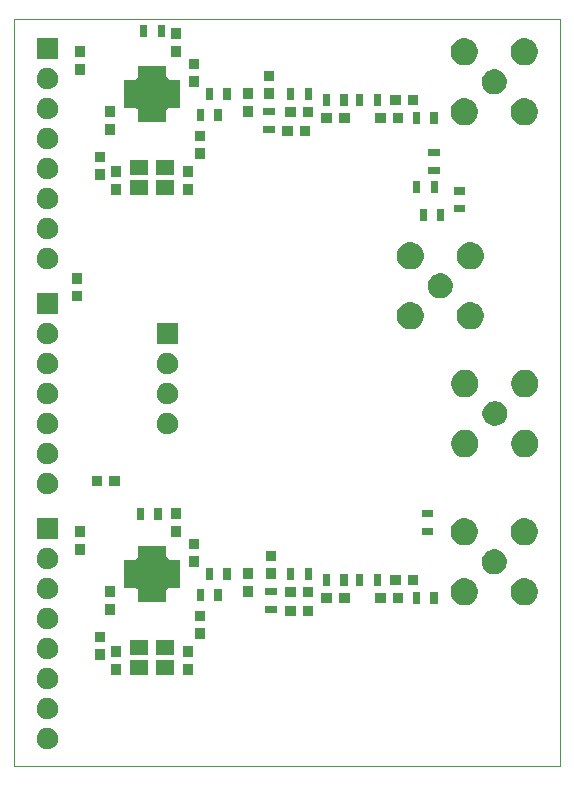
<source format=gbr>
%TF.GenerationSoftware,KiCad,Pcbnew,(5.1.5)-3*%
%TF.CreationDate,2020-04-11T16:30:29+01:00*%
%TF.ProjectId,EPCTest2,45504354-6573-4743-922e-6b696361645f,rev?*%
%TF.SameCoordinates,Original*%
%TF.FileFunction,Soldermask,Top*%
%TF.FilePolarity,Negative*%
%FSLAX46Y46*%
G04 Gerber Fmt 4.6, Leading zero omitted, Abs format (unit mm)*
G04 Created by KiCad (PCBNEW (5.1.5)-3) date 2020-04-11 16:30:29*
%MOMM*%
%LPD*%
G04 APERTURE LIST*
%TA.AperFunction,Profile*%
%ADD10C,0.100000*%
%TD*%
%ADD11C,0.150000*%
G04 APERTURE END LIST*
D10*
X92964000Y-64770000D02*
X92964000Y-128016000D01*
X46736000Y-64770000D02*
X92964000Y-64770000D01*
X46736000Y-128016000D02*
X46736000Y-64770000D01*
X92964000Y-128016000D02*
X46736000Y-128016000D01*
D11*
G36*
X49643512Y-124833927D02*
G01*
X49792812Y-124863624D01*
X49956784Y-124931544D01*
X50104354Y-125030147D01*
X50229853Y-125155646D01*
X50328456Y-125303216D01*
X50396376Y-125467188D01*
X50431000Y-125641259D01*
X50431000Y-125818741D01*
X50396376Y-125992812D01*
X50328456Y-126156784D01*
X50229853Y-126304354D01*
X50104354Y-126429853D01*
X49956784Y-126528456D01*
X49792812Y-126596376D01*
X49643512Y-126626073D01*
X49618742Y-126631000D01*
X49441258Y-126631000D01*
X49416488Y-126626073D01*
X49267188Y-126596376D01*
X49103216Y-126528456D01*
X48955646Y-126429853D01*
X48830147Y-126304354D01*
X48731544Y-126156784D01*
X48663624Y-125992812D01*
X48629000Y-125818741D01*
X48629000Y-125641259D01*
X48663624Y-125467188D01*
X48731544Y-125303216D01*
X48830147Y-125155646D01*
X48955646Y-125030147D01*
X49103216Y-124931544D01*
X49267188Y-124863624D01*
X49416488Y-124833927D01*
X49441258Y-124829000D01*
X49618742Y-124829000D01*
X49643512Y-124833927D01*
G37*
G36*
X49643512Y-122293927D02*
G01*
X49792812Y-122323624D01*
X49956784Y-122391544D01*
X50104354Y-122490147D01*
X50229853Y-122615646D01*
X50328456Y-122763216D01*
X50396376Y-122927188D01*
X50431000Y-123101259D01*
X50431000Y-123278741D01*
X50396376Y-123452812D01*
X50328456Y-123616784D01*
X50229853Y-123764354D01*
X50104354Y-123889853D01*
X49956784Y-123988456D01*
X49792812Y-124056376D01*
X49643512Y-124086073D01*
X49618742Y-124091000D01*
X49441258Y-124091000D01*
X49416488Y-124086073D01*
X49267188Y-124056376D01*
X49103216Y-123988456D01*
X48955646Y-123889853D01*
X48830147Y-123764354D01*
X48731544Y-123616784D01*
X48663624Y-123452812D01*
X48629000Y-123278741D01*
X48629000Y-123101259D01*
X48663624Y-122927188D01*
X48731544Y-122763216D01*
X48830147Y-122615646D01*
X48955646Y-122490147D01*
X49103216Y-122391544D01*
X49267188Y-122323624D01*
X49416488Y-122293927D01*
X49441258Y-122289000D01*
X49618742Y-122289000D01*
X49643512Y-122293927D01*
G37*
G36*
X49643512Y-119753927D02*
G01*
X49792812Y-119783624D01*
X49956784Y-119851544D01*
X50104354Y-119950147D01*
X50229853Y-120075646D01*
X50328456Y-120223216D01*
X50396376Y-120387188D01*
X50431000Y-120561259D01*
X50431000Y-120738741D01*
X50396376Y-120912812D01*
X50328456Y-121076784D01*
X50229853Y-121224354D01*
X50104354Y-121349853D01*
X49956784Y-121448456D01*
X49792812Y-121516376D01*
X49643512Y-121546073D01*
X49618742Y-121551000D01*
X49441258Y-121551000D01*
X49416488Y-121546073D01*
X49267188Y-121516376D01*
X49103216Y-121448456D01*
X48955646Y-121349853D01*
X48830147Y-121224354D01*
X48731544Y-121076784D01*
X48663624Y-120912812D01*
X48629000Y-120738741D01*
X48629000Y-120561259D01*
X48663624Y-120387188D01*
X48731544Y-120223216D01*
X48830147Y-120075646D01*
X48955646Y-119950147D01*
X49103216Y-119851544D01*
X49267188Y-119783624D01*
X49416488Y-119753927D01*
X49441258Y-119749000D01*
X49618742Y-119749000D01*
X49643512Y-119753927D01*
G37*
G36*
X58071000Y-120373000D02*
G01*
X56569000Y-120373000D01*
X56569000Y-119071000D01*
X58071000Y-119071000D01*
X58071000Y-120373000D01*
G37*
G36*
X60271000Y-120373000D02*
G01*
X58769000Y-120373000D01*
X58769000Y-119071000D01*
X60271000Y-119071000D01*
X60271000Y-120373000D01*
G37*
G36*
X61894000Y-120315000D02*
G01*
X61042000Y-120315000D01*
X61042000Y-119413000D01*
X61894000Y-119413000D01*
X61894000Y-120315000D01*
G37*
G36*
X55798000Y-120315000D02*
G01*
X54946000Y-120315000D01*
X54946000Y-119413000D01*
X55798000Y-119413000D01*
X55798000Y-120315000D01*
G37*
G36*
X54401000Y-119057000D02*
G01*
X53549000Y-119057000D01*
X53549000Y-118155000D01*
X54401000Y-118155000D01*
X54401000Y-119057000D01*
G37*
G36*
X49643512Y-117213927D02*
G01*
X49792812Y-117243624D01*
X49956784Y-117311544D01*
X50104354Y-117410147D01*
X50229853Y-117535646D01*
X50328456Y-117683216D01*
X50396376Y-117847188D01*
X50431000Y-118021259D01*
X50431000Y-118198741D01*
X50396376Y-118372812D01*
X50328456Y-118536784D01*
X50229853Y-118684354D01*
X50104354Y-118809853D01*
X49956784Y-118908456D01*
X49792812Y-118976376D01*
X49643512Y-119006073D01*
X49618742Y-119011000D01*
X49441258Y-119011000D01*
X49416488Y-119006073D01*
X49267188Y-118976376D01*
X49103216Y-118908456D01*
X48955646Y-118809853D01*
X48830147Y-118684354D01*
X48731544Y-118536784D01*
X48663624Y-118372812D01*
X48629000Y-118198741D01*
X48629000Y-118021259D01*
X48663624Y-117847188D01*
X48731544Y-117683216D01*
X48830147Y-117535646D01*
X48955646Y-117410147D01*
X49103216Y-117311544D01*
X49267188Y-117243624D01*
X49416488Y-117213927D01*
X49441258Y-117209000D01*
X49618742Y-117209000D01*
X49643512Y-117213927D01*
G37*
G36*
X61894000Y-118815000D02*
G01*
X61042000Y-118815000D01*
X61042000Y-117913000D01*
X61894000Y-117913000D01*
X61894000Y-118815000D01*
G37*
G36*
X55798000Y-118815000D02*
G01*
X54946000Y-118815000D01*
X54946000Y-117913000D01*
X55798000Y-117913000D01*
X55798000Y-118815000D01*
G37*
G36*
X60271000Y-118673000D02*
G01*
X58769000Y-118673000D01*
X58769000Y-117371000D01*
X60271000Y-117371000D01*
X60271000Y-118673000D01*
G37*
G36*
X58071000Y-118673000D02*
G01*
X56569000Y-118673000D01*
X56569000Y-117371000D01*
X58071000Y-117371000D01*
X58071000Y-118673000D01*
G37*
G36*
X54401000Y-117557000D02*
G01*
X53549000Y-117557000D01*
X53549000Y-116655000D01*
X54401000Y-116655000D01*
X54401000Y-117557000D01*
G37*
G36*
X62910000Y-117291000D02*
G01*
X62058000Y-117291000D01*
X62058000Y-116389000D01*
X62910000Y-116389000D01*
X62910000Y-117291000D01*
G37*
G36*
X49643512Y-114673927D02*
G01*
X49792812Y-114703624D01*
X49956784Y-114771544D01*
X50104354Y-114870147D01*
X50229853Y-114995646D01*
X50328456Y-115143216D01*
X50396376Y-115307188D01*
X50431000Y-115481259D01*
X50431000Y-115658741D01*
X50396376Y-115832812D01*
X50328456Y-115996784D01*
X50229853Y-116144354D01*
X50104354Y-116269853D01*
X49956784Y-116368456D01*
X49792812Y-116436376D01*
X49643512Y-116466073D01*
X49618742Y-116471000D01*
X49441258Y-116471000D01*
X49416488Y-116466073D01*
X49267188Y-116436376D01*
X49103216Y-116368456D01*
X48955646Y-116269853D01*
X48830147Y-116144354D01*
X48731544Y-115996784D01*
X48663624Y-115832812D01*
X48629000Y-115658741D01*
X48629000Y-115481259D01*
X48663624Y-115307188D01*
X48731544Y-115143216D01*
X48830147Y-114995646D01*
X48955646Y-114870147D01*
X49103216Y-114771544D01*
X49267188Y-114703624D01*
X49416488Y-114673927D01*
X49441258Y-114669000D01*
X49618742Y-114669000D01*
X49643512Y-114673927D01*
G37*
G36*
X62910000Y-115791000D02*
G01*
X62058000Y-115791000D01*
X62058000Y-114889000D01*
X62910000Y-114889000D01*
X62910000Y-115791000D01*
G37*
G36*
X70555000Y-115361000D02*
G01*
X69653000Y-115361000D01*
X69653000Y-114509000D01*
X70555000Y-114509000D01*
X70555000Y-115361000D01*
G37*
G36*
X72055000Y-115361000D02*
G01*
X71153000Y-115361000D01*
X71153000Y-114509000D01*
X72055000Y-114509000D01*
X72055000Y-115361000D01*
G37*
G36*
X55290000Y-115235000D02*
G01*
X54438000Y-115235000D01*
X54438000Y-114333000D01*
X55290000Y-114333000D01*
X55290000Y-115235000D01*
G37*
G36*
X68954000Y-115085000D02*
G01*
X67952000Y-115085000D01*
X67952000Y-114483000D01*
X68954000Y-114483000D01*
X68954000Y-115085000D01*
G37*
G36*
X85060549Y-112155116D02*
G01*
X85171734Y-112177232D01*
X85381203Y-112263997D01*
X85569720Y-112389960D01*
X85730040Y-112550280D01*
X85856003Y-112738797D01*
X85942768Y-112948266D01*
X85949491Y-112982066D01*
X85976678Y-113118741D01*
X85987000Y-113170636D01*
X85987000Y-113397364D01*
X85942768Y-113619734D01*
X85897155Y-113729853D01*
X85856313Y-113828456D01*
X85856003Y-113829203D01*
X85730040Y-114017720D01*
X85569720Y-114178040D01*
X85381203Y-114304003D01*
X85171734Y-114390768D01*
X85060549Y-114412884D01*
X84949365Y-114435000D01*
X84722635Y-114435000D01*
X84611451Y-114412884D01*
X84500266Y-114390768D01*
X84290797Y-114304003D01*
X84102280Y-114178040D01*
X83941960Y-114017720D01*
X83815997Y-113829203D01*
X83815688Y-113828456D01*
X83774845Y-113729853D01*
X83729232Y-113619734D01*
X83685000Y-113397364D01*
X83685000Y-113170636D01*
X83695323Y-113118741D01*
X83722509Y-112982066D01*
X83729232Y-112948266D01*
X83815997Y-112738797D01*
X83941960Y-112550280D01*
X84102280Y-112389960D01*
X84290797Y-112263997D01*
X84500266Y-112177232D01*
X84611451Y-112155116D01*
X84722635Y-112133000D01*
X84949365Y-112133000D01*
X85060549Y-112155116D01*
G37*
G36*
X90140549Y-112155116D02*
G01*
X90251734Y-112177232D01*
X90461203Y-112263997D01*
X90649720Y-112389960D01*
X90810040Y-112550280D01*
X90936003Y-112738797D01*
X91022768Y-112948266D01*
X91029491Y-112982066D01*
X91056678Y-113118741D01*
X91067000Y-113170636D01*
X91067000Y-113397364D01*
X91022768Y-113619734D01*
X90977155Y-113729853D01*
X90936313Y-113828456D01*
X90936003Y-113829203D01*
X90810040Y-114017720D01*
X90649720Y-114178040D01*
X90461203Y-114304003D01*
X90251734Y-114390768D01*
X90140549Y-114412884D01*
X90029365Y-114435000D01*
X89802635Y-114435000D01*
X89691451Y-114412884D01*
X89580266Y-114390768D01*
X89370797Y-114304003D01*
X89182280Y-114178040D01*
X89021960Y-114017720D01*
X88895997Y-113829203D01*
X88895688Y-113828456D01*
X88854845Y-113729853D01*
X88809232Y-113619734D01*
X88765000Y-113397364D01*
X88765000Y-113170636D01*
X88775323Y-113118741D01*
X88802509Y-112982066D01*
X88809232Y-112948266D01*
X88895997Y-112738797D01*
X89021960Y-112550280D01*
X89182280Y-112389960D01*
X89370797Y-112263997D01*
X89580266Y-112177232D01*
X89691451Y-112155116D01*
X89802635Y-112133000D01*
X90029365Y-112133000D01*
X90140549Y-112155116D01*
G37*
G36*
X82573000Y-114293000D02*
G01*
X81971000Y-114293000D01*
X81971000Y-113291000D01*
X82573000Y-113291000D01*
X82573000Y-114293000D01*
G37*
G36*
X81073000Y-114293000D02*
G01*
X80471000Y-114293000D01*
X80471000Y-113291000D01*
X81073000Y-113291000D01*
X81073000Y-114293000D01*
G37*
G36*
X79675000Y-114218000D02*
G01*
X78773000Y-114218000D01*
X78773000Y-113366000D01*
X79675000Y-113366000D01*
X79675000Y-114218000D01*
G37*
G36*
X73627000Y-114218000D02*
G01*
X72725000Y-114218000D01*
X72725000Y-113366000D01*
X73627000Y-113366000D01*
X73627000Y-114218000D01*
G37*
G36*
X78175000Y-114218000D02*
G01*
X77273000Y-114218000D01*
X77273000Y-113366000D01*
X78175000Y-113366000D01*
X78175000Y-114218000D01*
G37*
G36*
X75127000Y-114218000D02*
G01*
X74225000Y-114218000D01*
X74225000Y-113366000D01*
X75127000Y-113366000D01*
X75127000Y-114218000D01*
G37*
G36*
X59621000Y-110334001D02*
G01*
X59623402Y-110358387D01*
X59630515Y-110381836D01*
X59642066Y-110403447D01*
X59657611Y-110422389D01*
X59676553Y-110437934D01*
X59698164Y-110449485D01*
X59721613Y-110456598D01*
X59723242Y-110456758D01*
X59723402Y-110458387D01*
X59730515Y-110481836D01*
X59742066Y-110503447D01*
X59757611Y-110522389D01*
X59776553Y-110537934D01*
X59798164Y-110549485D01*
X59821613Y-110556598D01*
X59845999Y-110559000D01*
X60801000Y-110559000D01*
X60801000Y-112961000D01*
X59845999Y-112961000D01*
X59821613Y-112963402D01*
X59798164Y-112970515D01*
X59776553Y-112982066D01*
X59757611Y-112997611D01*
X59742066Y-113016553D01*
X59730515Y-113038164D01*
X59723402Y-113061613D01*
X59723242Y-113063242D01*
X59721613Y-113063402D01*
X59698164Y-113070515D01*
X59676553Y-113082066D01*
X59657611Y-113097611D01*
X59642066Y-113116553D01*
X59630515Y-113138164D01*
X59623402Y-113161613D01*
X59621000Y-113185999D01*
X59621000Y-114141000D01*
X57219000Y-114141000D01*
X57219000Y-113185999D01*
X57216598Y-113161613D01*
X57209485Y-113138164D01*
X57197934Y-113116553D01*
X57182389Y-113097611D01*
X57163447Y-113082066D01*
X57141836Y-113070515D01*
X57118387Y-113063402D01*
X57116758Y-113063242D01*
X57116598Y-113061613D01*
X57109485Y-113038164D01*
X57097934Y-113016553D01*
X57082389Y-112997611D01*
X57063447Y-112982066D01*
X57041836Y-112970515D01*
X57018387Y-112963402D01*
X56994001Y-112961000D01*
X56039000Y-112961000D01*
X56039000Y-110559000D01*
X56994001Y-110559000D01*
X57018387Y-110556598D01*
X57041836Y-110549485D01*
X57063447Y-110537934D01*
X57082389Y-110522389D01*
X57097934Y-110503447D01*
X57109485Y-110481836D01*
X57116598Y-110458387D01*
X57116758Y-110456758D01*
X57118387Y-110456598D01*
X57141836Y-110449485D01*
X57163447Y-110437934D01*
X57182389Y-110422389D01*
X57197934Y-110403447D01*
X57209485Y-110381836D01*
X57216598Y-110358387D01*
X57219000Y-110334001D01*
X57219000Y-109379000D01*
X59621000Y-109379000D01*
X59621000Y-110334001D01*
G37*
G36*
X64285000Y-114039000D02*
G01*
X63683000Y-114039000D01*
X63683000Y-113037000D01*
X64285000Y-113037000D01*
X64285000Y-114039000D01*
G37*
G36*
X62785000Y-114039000D02*
G01*
X62183000Y-114039000D01*
X62183000Y-113037000D01*
X62785000Y-113037000D01*
X62785000Y-114039000D01*
G37*
G36*
X49638851Y-112133000D02*
G01*
X49792812Y-112163624D01*
X49956784Y-112231544D01*
X50104354Y-112330147D01*
X50229853Y-112455646D01*
X50328456Y-112603216D01*
X50396376Y-112767188D01*
X50431000Y-112941259D01*
X50431000Y-113118741D01*
X50396376Y-113292812D01*
X50328456Y-113456784D01*
X50229853Y-113604354D01*
X50104354Y-113729853D01*
X49956784Y-113828456D01*
X49792812Y-113896376D01*
X49643512Y-113926073D01*
X49618742Y-113931000D01*
X49441258Y-113931000D01*
X49416488Y-113926073D01*
X49267188Y-113896376D01*
X49103216Y-113828456D01*
X48955646Y-113729853D01*
X48830147Y-113604354D01*
X48731544Y-113456784D01*
X48663624Y-113292812D01*
X48629000Y-113118741D01*
X48629000Y-112941259D01*
X48663624Y-112767188D01*
X48731544Y-112603216D01*
X48830147Y-112455646D01*
X48955646Y-112330147D01*
X49103216Y-112231544D01*
X49267188Y-112163624D01*
X49421149Y-112133000D01*
X49441258Y-112129000D01*
X49618742Y-112129000D01*
X49638851Y-112133000D01*
G37*
G36*
X55290000Y-113735000D02*
G01*
X54438000Y-113735000D01*
X54438000Y-112833000D01*
X55290000Y-112833000D01*
X55290000Y-113735000D01*
G37*
G36*
X66974000Y-113711000D02*
G01*
X66122000Y-113711000D01*
X66122000Y-112809000D01*
X66974000Y-112809000D01*
X66974000Y-113711000D01*
G37*
G36*
X72067000Y-113710000D02*
G01*
X71165000Y-113710000D01*
X71165000Y-112858000D01*
X72067000Y-112858000D01*
X72067000Y-113710000D01*
G37*
G36*
X70567000Y-113710000D02*
G01*
X69665000Y-113710000D01*
X69665000Y-112858000D01*
X70567000Y-112858000D01*
X70567000Y-113710000D01*
G37*
G36*
X68954000Y-113585000D02*
G01*
X67952000Y-113585000D01*
X67952000Y-112983000D01*
X68954000Y-112983000D01*
X68954000Y-113585000D01*
G37*
G36*
X73453000Y-112769000D02*
G01*
X72851000Y-112769000D01*
X72851000Y-111767000D01*
X73453000Y-111767000D01*
X73453000Y-112769000D01*
G37*
G36*
X74953000Y-112769000D02*
G01*
X74351000Y-112769000D01*
X74351000Y-111767000D01*
X74953000Y-111767000D01*
X74953000Y-112769000D01*
G37*
G36*
X76259000Y-112769000D02*
G01*
X75657000Y-112769000D01*
X75657000Y-111767000D01*
X76259000Y-111767000D01*
X76259000Y-112769000D01*
G37*
G36*
X77759000Y-112769000D02*
G01*
X77157000Y-112769000D01*
X77157000Y-111767000D01*
X77759000Y-111767000D01*
X77759000Y-112769000D01*
G37*
G36*
X79457000Y-112694000D02*
G01*
X78555000Y-112694000D01*
X78555000Y-111842000D01*
X79457000Y-111842000D01*
X79457000Y-112694000D01*
G37*
G36*
X80957000Y-112694000D02*
G01*
X80055000Y-112694000D01*
X80055000Y-111842000D01*
X80957000Y-111842000D01*
X80957000Y-112694000D01*
G37*
G36*
X70429000Y-112261000D02*
G01*
X69827000Y-112261000D01*
X69827000Y-111259000D01*
X70429000Y-111259000D01*
X70429000Y-112261000D01*
G37*
G36*
X65047000Y-112261000D02*
G01*
X64445000Y-112261000D01*
X64445000Y-111259000D01*
X65047000Y-111259000D01*
X65047000Y-112261000D01*
G37*
G36*
X71929000Y-112261000D02*
G01*
X71327000Y-112261000D01*
X71327000Y-111259000D01*
X71929000Y-111259000D01*
X71929000Y-112261000D01*
G37*
G36*
X63547000Y-112261000D02*
G01*
X62945000Y-112261000D01*
X62945000Y-111259000D01*
X63547000Y-111259000D01*
X63547000Y-112261000D01*
G37*
G36*
X66974000Y-112211000D02*
G01*
X66122000Y-112211000D01*
X66122000Y-111309000D01*
X66974000Y-111309000D01*
X66974000Y-112211000D01*
G37*
G36*
X68879000Y-112211000D02*
G01*
X68027000Y-112211000D01*
X68027000Y-111309000D01*
X68879000Y-111309000D01*
X68879000Y-112211000D01*
G37*
G36*
X87682564Y-109733389D02*
G01*
X87873833Y-109812615D01*
X87873835Y-109812616D01*
X88045973Y-109927635D01*
X88192365Y-110074027D01*
X88294705Y-110227189D01*
X88307385Y-110246167D01*
X88386611Y-110437436D01*
X88427000Y-110640484D01*
X88427000Y-110847516D01*
X88386611Y-111050564D01*
X88326784Y-111195000D01*
X88307384Y-111241835D01*
X88192365Y-111413973D01*
X88045973Y-111560365D01*
X87873835Y-111675384D01*
X87873834Y-111675385D01*
X87873833Y-111675385D01*
X87682564Y-111754611D01*
X87479516Y-111795000D01*
X87272484Y-111795000D01*
X87069436Y-111754611D01*
X86878167Y-111675385D01*
X86878166Y-111675385D01*
X86878165Y-111675384D01*
X86706027Y-111560365D01*
X86559635Y-111413973D01*
X86444616Y-111241835D01*
X86425216Y-111195000D01*
X86365389Y-111050564D01*
X86325000Y-110847516D01*
X86325000Y-110640484D01*
X86365389Y-110437436D01*
X86444615Y-110246167D01*
X86457296Y-110227189D01*
X86559635Y-110074027D01*
X86706027Y-109927635D01*
X86878165Y-109812616D01*
X86878167Y-109812615D01*
X87069436Y-109733389D01*
X87272484Y-109693000D01*
X87479516Y-109693000D01*
X87682564Y-109733389D01*
G37*
G36*
X49643512Y-109593927D02*
G01*
X49792812Y-109623624D01*
X49956784Y-109691544D01*
X50104354Y-109790147D01*
X50229853Y-109915646D01*
X50328456Y-110063216D01*
X50396376Y-110227188D01*
X50431000Y-110401259D01*
X50431000Y-110578741D01*
X50396376Y-110752812D01*
X50328456Y-110916784D01*
X50229853Y-111064354D01*
X50104354Y-111189853D01*
X49956784Y-111288456D01*
X49792812Y-111356376D01*
X49643512Y-111386073D01*
X49618742Y-111391000D01*
X49441258Y-111391000D01*
X49416488Y-111386073D01*
X49267188Y-111356376D01*
X49103216Y-111288456D01*
X48955646Y-111189853D01*
X48830147Y-111064354D01*
X48731544Y-110916784D01*
X48663624Y-110752812D01*
X48629000Y-110578741D01*
X48629000Y-110401259D01*
X48663624Y-110227188D01*
X48731544Y-110063216D01*
X48830147Y-109915646D01*
X48955646Y-109790147D01*
X49103216Y-109691544D01*
X49267188Y-109623624D01*
X49416488Y-109593927D01*
X49441258Y-109589000D01*
X49618742Y-109589000D01*
X49643512Y-109593927D01*
G37*
G36*
X62402000Y-111195000D02*
G01*
X61550000Y-111195000D01*
X61550000Y-110293000D01*
X62402000Y-110293000D01*
X62402000Y-111195000D01*
G37*
G36*
X68879000Y-110711000D02*
G01*
X68027000Y-110711000D01*
X68027000Y-109809000D01*
X68879000Y-109809000D01*
X68879000Y-110711000D01*
G37*
G36*
X52750000Y-110155000D02*
G01*
X51898000Y-110155000D01*
X51898000Y-109253000D01*
X52750000Y-109253000D01*
X52750000Y-110155000D01*
G37*
G36*
X62402000Y-109695000D02*
G01*
X61550000Y-109695000D01*
X61550000Y-108793000D01*
X62402000Y-108793000D01*
X62402000Y-109695000D01*
G37*
G36*
X85060549Y-107075116D02*
G01*
X85171734Y-107097232D01*
X85381203Y-107183997D01*
X85569720Y-107309960D01*
X85730040Y-107470280D01*
X85856003Y-107658797D01*
X85942768Y-107868266D01*
X85987000Y-108090636D01*
X85987000Y-108317364D01*
X85942768Y-108539734D01*
X85856003Y-108749203D01*
X85730040Y-108937720D01*
X85569720Y-109098040D01*
X85381203Y-109224003D01*
X85171734Y-109310768D01*
X85060549Y-109332884D01*
X84949365Y-109355000D01*
X84722635Y-109355000D01*
X84611451Y-109332884D01*
X84500266Y-109310768D01*
X84290797Y-109224003D01*
X84102280Y-109098040D01*
X83941960Y-108937720D01*
X83815997Y-108749203D01*
X83729232Y-108539734D01*
X83685000Y-108317364D01*
X83685000Y-108090636D01*
X83729232Y-107868266D01*
X83815997Y-107658797D01*
X83941960Y-107470280D01*
X84102280Y-107309960D01*
X84290797Y-107183997D01*
X84500266Y-107097232D01*
X84611451Y-107075116D01*
X84722635Y-107053000D01*
X84949365Y-107053000D01*
X85060549Y-107075116D01*
G37*
G36*
X90140549Y-107075116D02*
G01*
X90251734Y-107097232D01*
X90461203Y-107183997D01*
X90649720Y-107309960D01*
X90810040Y-107470280D01*
X90936003Y-107658797D01*
X91022768Y-107868266D01*
X91067000Y-108090636D01*
X91067000Y-108317364D01*
X91022768Y-108539734D01*
X90936003Y-108749203D01*
X90810040Y-108937720D01*
X90649720Y-109098040D01*
X90461203Y-109224003D01*
X90251734Y-109310768D01*
X90140549Y-109332884D01*
X90029365Y-109355000D01*
X89802635Y-109355000D01*
X89691451Y-109332884D01*
X89580266Y-109310768D01*
X89370797Y-109224003D01*
X89182280Y-109098040D01*
X89021960Y-108937720D01*
X88895997Y-108749203D01*
X88809232Y-108539734D01*
X88765000Y-108317364D01*
X88765000Y-108090636D01*
X88809232Y-107868266D01*
X88895997Y-107658797D01*
X89021960Y-107470280D01*
X89182280Y-107309960D01*
X89370797Y-107183997D01*
X89580266Y-107097232D01*
X89691451Y-107075116D01*
X89802635Y-107053000D01*
X90029365Y-107053000D01*
X90140549Y-107075116D01*
G37*
G36*
X50431000Y-108851000D02*
G01*
X48629000Y-108851000D01*
X48629000Y-107049000D01*
X50431000Y-107049000D01*
X50431000Y-108851000D01*
G37*
G36*
X52750000Y-108655000D02*
G01*
X51898000Y-108655000D01*
X51898000Y-107753000D01*
X52750000Y-107753000D01*
X52750000Y-108655000D01*
G37*
G36*
X60878000Y-108631000D02*
G01*
X60026000Y-108631000D01*
X60026000Y-107729000D01*
X60878000Y-107729000D01*
X60878000Y-108631000D01*
G37*
G36*
X82225500Y-108493000D02*
G01*
X81223500Y-108493000D01*
X81223500Y-107891000D01*
X82225500Y-107891000D01*
X82225500Y-108493000D01*
G37*
G36*
X59205000Y-107181000D02*
G01*
X58603000Y-107181000D01*
X58603000Y-106179000D01*
X59205000Y-106179000D01*
X59205000Y-107181000D01*
G37*
G36*
X57705000Y-107181000D02*
G01*
X57103000Y-107181000D01*
X57103000Y-106179000D01*
X57705000Y-106179000D01*
X57705000Y-107181000D01*
G37*
G36*
X60878000Y-107131000D02*
G01*
X60026000Y-107131000D01*
X60026000Y-106229000D01*
X60878000Y-106229000D01*
X60878000Y-107131000D01*
G37*
G36*
X82225500Y-106993000D02*
G01*
X81223500Y-106993000D01*
X81223500Y-106391000D01*
X82225500Y-106391000D01*
X82225500Y-106993000D01*
G37*
G36*
X49643512Y-103243927D02*
G01*
X49792812Y-103273624D01*
X49956784Y-103341544D01*
X50104354Y-103440147D01*
X50229853Y-103565646D01*
X50328456Y-103713216D01*
X50396376Y-103877188D01*
X50431000Y-104051259D01*
X50431000Y-104228741D01*
X50396376Y-104402812D01*
X50328456Y-104566784D01*
X50229853Y-104714354D01*
X50104354Y-104839853D01*
X49956784Y-104938456D01*
X49792812Y-105006376D01*
X49643512Y-105036073D01*
X49618742Y-105041000D01*
X49441258Y-105041000D01*
X49416488Y-105036073D01*
X49267188Y-105006376D01*
X49103216Y-104938456D01*
X48955646Y-104839853D01*
X48830147Y-104714354D01*
X48731544Y-104566784D01*
X48663624Y-104402812D01*
X48629000Y-104228741D01*
X48629000Y-104051259D01*
X48663624Y-103877188D01*
X48731544Y-103713216D01*
X48830147Y-103565646D01*
X48955646Y-103440147D01*
X49103216Y-103341544D01*
X49267188Y-103273624D01*
X49416488Y-103243927D01*
X49441258Y-103239000D01*
X49618742Y-103239000D01*
X49643512Y-103243927D01*
G37*
G36*
X54184000Y-104312000D02*
G01*
X53282000Y-104312000D01*
X53282000Y-103460000D01*
X54184000Y-103460000D01*
X54184000Y-104312000D01*
G37*
G36*
X55684000Y-104312000D02*
G01*
X54782000Y-104312000D01*
X54782000Y-103460000D01*
X55684000Y-103460000D01*
X55684000Y-104312000D01*
G37*
G36*
X49643512Y-100703927D02*
G01*
X49792812Y-100733624D01*
X49956784Y-100801544D01*
X50104354Y-100900147D01*
X50229853Y-101025646D01*
X50328456Y-101173216D01*
X50396376Y-101337188D01*
X50431000Y-101511259D01*
X50431000Y-101688741D01*
X50396376Y-101862812D01*
X50328456Y-102026784D01*
X50229853Y-102174354D01*
X50104354Y-102299853D01*
X49956784Y-102398456D01*
X49792812Y-102466376D01*
X49643512Y-102496073D01*
X49618742Y-102501000D01*
X49441258Y-102501000D01*
X49416488Y-102496073D01*
X49267188Y-102466376D01*
X49103216Y-102398456D01*
X48955646Y-102299853D01*
X48830147Y-102174354D01*
X48731544Y-102026784D01*
X48663624Y-101862812D01*
X48629000Y-101688741D01*
X48629000Y-101511259D01*
X48663624Y-101337188D01*
X48731544Y-101173216D01*
X48830147Y-101025646D01*
X48955646Y-100900147D01*
X49103216Y-100801544D01*
X49267188Y-100733624D01*
X49416488Y-100703927D01*
X49441258Y-100699000D01*
X49618742Y-100699000D01*
X49643512Y-100703927D01*
G37*
G36*
X85111349Y-99607516D02*
G01*
X85222534Y-99629632D01*
X85432003Y-99716397D01*
X85620520Y-99842360D01*
X85780840Y-100002680D01*
X85906803Y-100191197D01*
X85993568Y-100400666D01*
X86037800Y-100623036D01*
X86037800Y-100849764D01*
X85993568Y-101072134D01*
X85906803Y-101281603D01*
X85780840Y-101470120D01*
X85620520Y-101630440D01*
X85432003Y-101756403D01*
X85222534Y-101843168D01*
X85123782Y-101862811D01*
X85000165Y-101887400D01*
X84773435Y-101887400D01*
X84649818Y-101862811D01*
X84551066Y-101843168D01*
X84341597Y-101756403D01*
X84153080Y-101630440D01*
X83992760Y-101470120D01*
X83866797Y-101281603D01*
X83780032Y-101072134D01*
X83735800Y-100849764D01*
X83735800Y-100623036D01*
X83780032Y-100400666D01*
X83866797Y-100191197D01*
X83992760Y-100002680D01*
X84153080Y-99842360D01*
X84341597Y-99716397D01*
X84551066Y-99629632D01*
X84662251Y-99607516D01*
X84773435Y-99585400D01*
X85000165Y-99585400D01*
X85111349Y-99607516D01*
G37*
G36*
X90191349Y-99607516D02*
G01*
X90302534Y-99629632D01*
X90512003Y-99716397D01*
X90700520Y-99842360D01*
X90860840Y-100002680D01*
X90986803Y-100191197D01*
X91073568Y-100400666D01*
X91117800Y-100623036D01*
X91117800Y-100849764D01*
X91073568Y-101072134D01*
X90986803Y-101281603D01*
X90860840Y-101470120D01*
X90700520Y-101630440D01*
X90512003Y-101756403D01*
X90302534Y-101843168D01*
X90203782Y-101862811D01*
X90080165Y-101887400D01*
X89853435Y-101887400D01*
X89729818Y-101862811D01*
X89631066Y-101843168D01*
X89421597Y-101756403D01*
X89233080Y-101630440D01*
X89072760Y-101470120D01*
X88946797Y-101281603D01*
X88860032Y-101072134D01*
X88815800Y-100849764D01*
X88815800Y-100623036D01*
X88860032Y-100400666D01*
X88946797Y-100191197D01*
X89072760Y-100002680D01*
X89233080Y-99842360D01*
X89421597Y-99716397D01*
X89631066Y-99629632D01*
X89742251Y-99607516D01*
X89853435Y-99585400D01*
X90080165Y-99585400D01*
X90191349Y-99607516D01*
G37*
G36*
X49643512Y-98163927D02*
G01*
X49792812Y-98193624D01*
X49956784Y-98261544D01*
X50104354Y-98360147D01*
X50229853Y-98485646D01*
X50328456Y-98633216D01*
X50396376Y-98797188D01*
X50431000Y-98971259D01*
X50431000Y-99148741D01*
X50396376Y-99322812D01*
X50328456Y-99486784D01*
X50229853Y-99634354D01*
X50104354Y-99759853D01*
X49956784Y-99858456D01*
X49792812Y-99926376D01*
X49643512Y-99956073D01*
X49618742Y-99961000D01*
X49441258Y-99961000D01*
X49416488Y-99956073D01*
X49267188Y-99926376D01*
X49103216Y-99858456D01*
X48955646Y-99759853D01*
X48830147Y-99634354D01*
X48731544Y-99486784D01*
X48663624Y-99322812D01*
X48629000Y-99148741D01*
X48629000Y-98971259D01*
X48663624Y-98797188D01*
X48731544Y-98633216D01*
X48830147Y-98485646D01*
X48955646Y-98360147D01*
X49103216Y-98261544D01*
X49267188Y-98193624D01*
X49416488Y-98163927D01*
X49441258Y-98159000D01*
X49618742Y-98159000D01*
X49643512Y-98163927D01*
G37*
G36*
X59803512Y-98163927D02*
G01*
X59952812Y-98193624D01*
X60116784Y-98261544D01*
X60264354Y-98360147D01*
X60389853Y-98485646D01*
X60488456Y-98633216D01*
X60556376Y-98797188D01*
X60591000Y-98971259D01*
X60591000Y-99148741D01*
X60556376Y-99322812D01*
X60488456Y-99486784D01*
X60389853Y-99634354D01*
X60264354Y-99759853D01*
X60116784Y-99858456D01*
X59952812Y-99926376D01*
X59803512Y-99956073D01*
X59778742Y-99961000D01*
X59601258Y-99961000D01*
X59576488Y-99956073D01*
X59427188Y-99926376D01*
X59263216Y-99858456D01*
X59115646Y-99759853D01*
X58990147Y-99634354D01*
X58891544Y-99486784D01*
X58823624Y-99322812D01*
X58789000Y-99148741D01*
X58789000Y-98971259D01*
X58823624Y-98797188D01*
X58891544Y-98633216D01*
X58990147Y-98485646D01*
X59115646Y-98360147D01*
X59263216Y-98261544D01*
X59427188Y-98193624D01*
X59576488Y-98163927D01*
X59601258Y-98159000D01*
X59778742Y-98159000D01*
X59803512Y-98163927D01*
G37*
G36*
X87733364Y-97185789D02*
G01*
X87924633Y-97265015D01*
X87924635Y-97265016D01*
X88096773Y-97380035D01*
X88243165Y-97526427D01*
X88358185Y-97698567D01*
X88437411Y-97889836D01*
X88477800Y-98092884D01*
X88477800Y-98299916D01*
X88437411Y-98502964D01*
X88383459Y-98633216D01*
X88358184Y-98694235D01*
X88243165Y-98866373D01*
X88096773Y-99012765D01*
X87924635Y-99127784D01*
X87924634Y-99127785D01*
X87924633Y-99127785D01*
X87733364Y-99207011D01*
X87530316Y-99247400D01*
X87323284Y-99247400D01*
X87120236Y-99207011D01*
X86928967Y-99127785D01*
X86928966Y-99127785D01*
X86928965Y-99127784D01*
X86756827Y-99012765D01*
X86610435Y-98866373D01*
X86495416Y-98694235D01*
X86470141Y-98633216D01*
X86416189Y-98502964D01*
X86375800Y-98299916D01*
X86375800Y-98092884D01*
X86416189Y-97889836D01*
X86495415Y-97698567D01*
X86610435Y-97526427D01*
X86756827Y-97380035D01*
X86928965Y-97265016D01*
X86928967Y-97265015D01*
X87120236Y-97185789D01*
X87323284Y-97145400D01*
X87530316Y-97145400D01*
X87733364Y-97185789D01*
G37*
G36*
X59803512Y-95623927D02*
G01*
X59952812Y-95653624D01*
X60116784Y-95721544D01*
X60264354Y-95820147D01*
X60389853Y-95945646D01*
X60488456Y-96093216D01*
X60556376Y-96257188D01*
X60591000Y-96431259D01*
X60591000Y-96608741D01*
X60556376Y-96782812D01*
X60488456Y-96946784D01*
X60389853Y-97094354D01*
X60264354Y-97219853D01*
X60116784Y-97318456D01*
X59952812Y-97386376D01*
X59803512Y-97416073D01*
X59778742Y-97421000D01*
X59601258Y-97421000D01*
X59576488Y-97416073D01*
X59427188Y-97386376D01*
X59263216Y-97318456D01*
X59115646Y-97219853D01*
X58990147Y-97094354D01*
X58891544Y-96946784D01*
X58823624Y-96782812D01*
X58789000Y-96608741D01*
X58789000Y-96431259D01*
X58823624Y-96257188D01*
X58891544Y-96093216D01*
X58990147Y-95945646D01*
X59115646Y-95820147D01*
X59263216Y-95721544D01*
X59427188Y-95653624D01*
X59576488Y-95623927D01*
X59601258Y-95619000D01*
X59778742Y-95619000D01*
X59803512Y-95623927D01*
G37*
G36*
X49643512Y-95623927D02*
G01*
X49792812Y-95653624D01*
X49956784Y-95721544D01*
X50104354Y-95820147D01*
X50229853Y-95945646D01*
X50328456Y-96093216D01*
X50396376Y-96257188D01*
X50431000Y-96431259D01*
X50431000Y-96608741D01*
X50396376Y-96782812D01*
X50328456Y-96946784D01*
X50229853Y-97094354D01*
X50104354Y-97219853D01*
X49956784Y-97318456D01*
X49792812Y-97386376D01*
X49643512Y-97416073D01*
X49618742Y-97421000D01*
X49441258Y-97421000D01*
X49416488Y-97416073D01*
X49267188Y-97386376D01*
X49103216Y-97318456D01*
X48955646Y-97219853D01*
X48830147Y-97094354D01*
X48731544Y-96946784D01*
X48663624Y-96782812D01*
X48629000Y-96608741D01*
X48629000Y-96431259D01*
X48663624Y-96257188D01*
X48731544Y-96093216D01*
X48830147Y-95945646D01*
X48955646Y-95820147D01*
X49103216Y-95721544D01*
X49267188Y-95653624D01*
X49416488Y-95623927D01*
X49441258Y-95619000D01*
X49618742Y-95619000D01*
X49643512Y-95623927D01*
G37*
G36*
X85111349Y-94527516D02*
G01*
X85222534Y-94549632D01*
X85432003Y-94636397D01*
X85620520Y-94762360D01*
X85780840Y-94922680D01*
X85906803Y-95111197D01*
X85993568Y-95320666D01*
X86037800Y-95543036D01*
X86037800Y-95769764D01*
X85993568Y-95992134D01*
X85906803Y-96201603D01*
X85780840Y-96390120D01*
X85620520Y-96550440D01*
X85432003Y-96676403D01*
X85222534Y-96763168D01*
X85123782Y-96782811D01*
X85000165Y-96807400D01*
X84773435Y-96807400D01*
X84649818Y-96782811D01*
X84551066Y-96763168D01*
X84341597Y-96676403D01*
X84153080Y-96550440D01*
X83992760Y-96390120D01*
X83866797Y-96201603D01*
X83780032Y-95992134D01*
X83735800Y-95769764D01*
X83735800Y-95543036D01*
X83780032Y-95320666D01*
X83866797Y-95111197D01*
X83992760Y-94922680D01*
X84153080Y-94762360D01*
X84341597Y-94636397D01*
X84551066Y-94549632D01*
X84662251Y-94527516D01*
X84773435Y-94505400D01*
X85000165Y-94505400D01*
X85111349Y-94527516D01*
G37*
G36*
X90191349Y-94527516D02*
G01*
X90302534Y-94549632D01*
X90512003Y-94636397D01*
X90700520Y-94762360D01*
X90860840Y-94922680D01*
X90986803Y-95111197D01*
X91073568Y-95320666D01*
X91117800Y-95543036D01*
X91117800Y-95769764D01*
X91073568Y-95992134D01*
X90986803Y-96201603D01*
X90860840Y-96390120D01*
X90700520Y-96550440D01*
X90512003Y-96676403D01*
X90302534Y-96763168D01*
X90203782Y-96782811D01*
X90080165Y-96807400D01*
X89853435Y-96807400D01*
X89729818Y-96782811D01*
X89631066Y-96763168D01*
X89421597Y-96676403D01*
X89233080Y-96550440D01*
X89072760Y-96390120D01*
X88946797Y-96201603D01*
X88860032Y-95992134D01*
X88815800Y-95769764D01*
X88815800Y-95543036D01*
X88860032Y-95320666D01*
X88946797Y-95111197D01*
X89072760Y-94922680D01*
X89233080Y-94762360D01*
X89421597Y-94636397D01*
X89631066Y-94549632D01*
X89742251Y-94527516D01*
X89853435Y-94505400D01*
X90080165Y-94505400D01*
X90191349Y-94527516D01*
G37*
G36*
X59803512Y-93083927D02*
G01*
X59952812Y-93113624D01*
X60116784Y-93181544D01*
X60264354Y-93280147D01*
X60389853Y-93405646D01*
X60488456Y-93553216D01*
X60556376Y-93717188D01*
X60591000Y-93891259D01*
X60591000Y-94068741D01*
X60556376Y-94242812D01*
X60488456Y-94406784D01*
X60389853Y-94554354D01*
X60264354Y-94679853D01*
X60116784Y-94778456D01*
X59952812Y-94846376D01*
X59803512Y-94876073D01*
X59778742Y-94881000D01*
X59601258Y-94881000D01*
X59576488Y-94876073D01*
X59427188Y-94846376D01*
X59263216Y-94778456D01*
X59115646Y-94679853D01*
X58990147Y-94554354D01*
X58891544Y-94406784D01*
X58823624Y-94242812D01*
X58789000Y-94068741D01*
X58789000Y-93891259D01*
X58823624Y-93717188D01*
X58891544Y-93553216D01*
X58990147Y-93405646D01*
X59115646Y-93280147D01*
X59263216Y-93181544D01*
X59427188Y-93113624D01*
X59576488Y-93083927D01*
X59601258Y-93079000D01*
X59778742Y-93079000D01*
X59803512Y-93083927D01*
G37*
G36*
X49643512Y-93083927D02*
G01*
X49792812Y-93113624D01*
X49956784Y-93181544D01*
X50104354Y-93280147D01*
X50229853Y-93405646D01*
X50328456Y-93553216D01*
X50396376Y-93717188D01*
X50431000Y-93891259D01*
X50431000Y-94068741D01*
X50396376Y-94242812D01*
X50328456Y-94406784D01*
X50229853Y-94554354D01*
X50104354Y-94679853D01*
X49956784Y-94778456D01*
X49792812Y-94846376D01*
X49643512Y-94876073D01*
X49618742Y-94881000D01*
X49441258Y-94881000D01*
X49416488Y-94876073D01*
X49267188Y-94846376D01*
X49103216Y-94778456D01*
X48955646Y-94679853D01*
X48830147Y-94554354D01*
X48731544Y-94406784D01*
X48663624Y-94242812D01*
X48629000Y-94068741D01*
X48629000Y-93891259D01*
X48663624Y-93717188D01*
X48731544Y-93553216D01*
X48830147Y-93405646D01*
X48955646Y-93280147D01*
X49103216Y-93181544D01*
X49267188Y-93113624D01*
X49416488Y-93083927D01*
X49441258Y-93079000D01*
X49618742Y-93079000D01*
X49643512Y-93083927D01*
G37*
G36*
X60591000Y-92341000D02*
G01*
X58789000Y-92341000D01*
X58789000Y-90539000D01*
X60591000Y-90539000D01*
X60591000Y-92341000D01*
G37*
G36*
X49643512Y-90543927D02*
G01*
X49792812Y-90573624D01*
X49956784Y-90641544D01*
X50104354Y-90740147D01*
X50229853Y-90865646D01*
X50328456Y-91013216D01*
X50396376Y-91177188D01*
X50431000Y-91351259D01*
X50431000Y-91528741D01*
X50396376Y-91702812D01*
X50328456Y-91866784D01*
X50229853Y-92014354D01*
X50104354Y-92139853D01*
X49956784Y-92238456D01*
X49792812Y-92306376D01*
X49643512Y-92336073D01*
X49618742Y-92341000D01*
X49441258Y-92341000D01*
X49416488Y-92336073D01*
X49267188Y-92306376D01*
X49103216Y-92238456D01*
X48955646Y-92139853D01*
X48830147Y-92014354D01*
X48731544Y-91866784D01*
X48663624Y-91702812D01*
X48629000Y-91528741D01*
X48629000Y-91351259D01*
X48663624Y-91177188D01*
X48731544Y-91013216D01*
X48830147Y-90865646D01*
X48955646Y-90740147D01*
X49103216Y-90641544D01*
X49267188Y-90573624D01*
X49416488Y-90543927D01*
X49441258Y-90539000D01*
X49618742Y-90539000D01*
X49643512Y-90543927D01*
G37*
G36*
X85568549Y-88787116D02*
G01*
X85679734Y-88809232D01*
X85889203Y-88895997D01*
X86077720Y-89021960D01*
X86238040Y-89182280D01*
X86364003Y-89370797D01*
X86450768Y-89580266D01*
X86495000Y-89802636D01*
X86495000Y-90029364D01*
X86450768Y-90251734D01*
X86364003Y-90461203D01*
X86238040Y-90649720D01*
X86077720Y-90810040D01*
X85889203Y-90936003D01*
X85679734Y-91022768D01*
X85568549Y-91044884D01*
X85457365Y-91067000D01*
X85230635Y-91067000D01*
X85119451Y-91044884D01*
X85008266Y-91022768D01*
X84798797Y-90936003D01*
X84610280Y-90810040D01*
X84449960Y-90649720D01*
X84323997Y-90461203D01*
X84237232Y-90251734D01*
X84193000Y-90029364D01*
X84193000Y-89802636D01*
X84237232Y-89580266D01*
X84323997Y-89370797D01*
X84449960Y-89182280D01*
X84610280Y-89021960D01*
X84798797Y-88895997D01*
X85008266Y-88809232D01*
X85119451Y-88787116D01*
X85230635Y-88765000D01*
X85457365Y-88765000D01*
X85568549Y-88787116D01*
G37*
G36*
X80488549Y-88787116D02*
G01*
X80599734Y-88809232D01*
X80809203Y-88895997D01*
X80997720Y-89021960D01*
X81158040Y-89182280D01*
X81284003Y-89370797D01*
X81370768Y-89580266D01*
X81415000Y-89802636D01*
X81415000Y-90029364D01*
X81370768Y-90251734D01*
X81284003Y-90461203D01*
X81158040Y-90649720D01*
X80997720Y-90810040D01*
X80809203Y-90936003D01*
X80599734Y-91022768D01*
X80488549Y-91044884D01*
X80377365Y-91067000D01*
X80150635Y-91067000D01*
X80039451Y-91044884D01*
X79928266Y-91022768D01*
X79718797Y-90936003D01*
X79530280Y-90810040D01*
X79369960Y-90649720D01*
X79243997Y-90461203D01*
X79157232Y-90251734D01*
X79113000Y-90029364D01*
X79113000Y-89802636D01*
X79157232Y-89580266D01*
X79243997Y-89370797D01*
X79369960Y-89182280D01*
X79530280Y-89021960D01*
X79718797Y-88895997D01*
X79928266Y-88809232D01*
X80039451Y-88787116D01*
X80150635Y-88765000D01*
X80377365Y-88765000D01*
X80488549Y-88787116D01*
G37*
G36*
X50431000Y-89801000D02*
G01*
X48629000Y-89801000D01*
X48629000Y-87999000D01*
X50431000Y-87999000D01*
X50431000Y-89801000D01*
G37*
G36*
X52496000Y-88704000D02*
G01*
X51644000Y-88704000D01*
X51644000Y-87802000D01*
X52496000Y-87802000D01*
X52496000Y-88704000D01*
G37*
G36*
X83110564Y-86365389D02*
G01*
X83301833Y-86444615D01*
X83301835Y-86444616D01*
X83473973Y-86559635D01*
X83620365Y-86706027D01*
X83735385Y-86878167D01*
X83814611Y-87069436D01*
X83855000Y-87272484D01*
X83855000Y-87479516D01*
X83814611Y-87682564D01*
X83765139Y-87802000D01*
X83735384Y-87873835D01*
X83620365Y-88045973D01*
X83473973Y-88192365D01*
X83301835Y-88307384D01*
X83301834Y-88307385D01*
X83301833Y-88307385D01*
X83110564Y-88386611D01*
X82907516Y-88427000D01*
X82700484Y-88427000D01*
X82497436Y-88386611D01*
X82306167Y-88307385D01*
X82306166Y-88307385D01*
X82306165Y-88307384D01*
X82134027Y-88192365D01*
X81987635Y-88045973D01*
X81872616Y-87873835D01*
X81842861Y-87802000D01*
X81793389Y-87682564D01*
X81753000Y-87479516D01*
X81753000Y-87272484D01*
X81793389Y-87069436D01*
X81872615Y-86878167D01*
X81987635Y-86706027D01*
X82134027Y-86559635D01*
X82306165Y-86444616D01*
X82306167Y-86444615D01*
X82497436Y-86365389D01*
X82700484Y-86325000D01*
X82907516Y-86325000D01*
X83110564Y-86365389D01*
G37*
G36*
X52496000Y-87204000D02*
G01*
X51644000Y-87204000D01*
X51644000Y-86302000D01*
X52496000Y-86302000D01*
X52496000Y-87204000D01*
G37*
G36*
X49643512Y-84193927D02*
G01*
X49792812Y-84223624D01*
X49956784Y-84291544D01*
X50104354Y-84390147D01*
X50229853Y-84515646D01*
X50328456Y-84663216D01*
X50396376Y-84827188D01*
X50431000Y-85001259D01*
X50431000Y-85178741D01*
X50396376Y-85352812D01*
X50328456Y-85516784D01*
X50229853Y-85664354D01*
X50104354Y-85789853D01*
X49956784Y-85888456D01*
X49792812Y-85956376D01*
X49643512Y-85986073D01*
X49618742Y-85991000D01*
X49441258Y-85991000D01*
X49416488Y-85986073D01*
X49267188Y-85956376D01*
X49103216Y-85888456D01*
X48955646Y-85789853D01*
X48830147Y-85664354D01*
X48731544Y-85516784D01*
X48663624Y-85352812D01*
X48629000Y-85178741D01*
X48629000Y-85001259D01*
X48663624Y-84827188D01*
X48731544Y-84663216D01*
X48830147Y-84515646D01*
X48955646Y-84390147D01*
X49103216Y-84291544D01*
X49267188Y-84223624D01*
X49416488Y-84193927D01*
X49441258Y-84189000D01*
X49618742Y-84189000D01*
X49643512Y-84193927D01*
G37*
G36*
X80488549Y-83707116D02*
G01*
X80599734Y-83729232D01*
X80809203Y-83815997D01*
X80997720Y-83941960D01*
X81158040Y-84102280D01*
X81215984Y-84189000D01*
X81284004Y-84290799D01*
X81309416Y-84352150D01*
X81325156Y-84390148D01*
X81370768Y-84500267D01*
X81415000Y-84722635D01*
X81415000Y-84949365D01*
X81392884Y-85060549D01*
X81370768Y-85171734D01*
X81284003Y-85381203D01*
X81158040Y-85569720D01*
X80997720Y-85730040D01*
X80809203Y-85856003D01*
X80599734Y-85942768D01*
X80488549Y-85964884D01*
X80377365Y-85987000D01*
X80150635Y-85987000D01*
X80039451Y-85964884D01*
X79928266Y-85942768D01*
X79718797Y-85856003D01*
X79530280Y-85730040D01*
X79369960Y-85569720D01*
X79243997Y-85381203D01*
X79157232Y-85171734D01*
X79135116Y-85060549D01*
X79113000Y-84949365D01*
X79113000Y-84722635D01*
X79157232Y-84500267D01*
X79202845Y-84390148D01*
X79218584Y-84352150D01*
X79243996Y-84290799D01*
X79312016Y-84189000D01*
X79369960Y-84102280D01*
X79530280Y-83941960D01*
X79718797Y-83815997D01*
X79928266Y-83729232D01*
X80039451Y-83707116D01*
X80150635Y-83685000D01*
X80377365Y-83685000D01*
X80488549Y-83707116D01*
G37*
G36*
X85568549Y-83707116D02*
G01*
X85679734Y-83729232D01*
X85889203Y-83815997D01*
X86077720Y-83941960D01*
X86238040Y-84102280D01*
X86295984Y-84189000D01*
X86364004Y-84290799D01*
X86389416Y-84352150D01*
X86405156Y-84390148D01*
X86450768Y-84500267D01*
X86495000Y-84722635D01*
X86495000Y-84949365D01*
X86472884Y-85060549D01*
X86450768Y-85171734D01*
X86364003Y-85381203D01*
X86238040Y-85569720D01*
X86077720Y-85730040D01*
X85889203Y-85856003D01*
X85679734Y-85942768D01*
X85568549Y-85964884D01*
X85457365Y-85987000D01*
X85230635Y-85987000D01*
X85119451Y-85964884D01*
X85008266Y-85942768D01*
X84798797Y-85856003D01*
X84610280Y-85730040D01*
X84449960Y-85569720D01*
X84323997Y-85381203D01*
X84237232Y-85171734D01*
X84215116Y-85060549D01*
X84193000Y-84949365D01*
X84193000Y-84722635D01*
X84237232Y-84500267D01*
X84282845Y-84390148D01*
X84298584Y-84352150D01*
X84323996Y-84290799D01*
X84392016Y-84189000D01*
X84449960Y-84102280D01*
X84610280Y-83941960D01*
X84798797Y-83815997D01*
X85008266Y-83729232D01*
X85119451Y-83707116D01*
X85230635Y-83685000D01*
X85457365Y-83685000D01*
X85568549Y-83707116D01*
G37*
G36*
X49643512Y-81653927D02*
G01*
X49792812Y-81683624D01*
X49956784Y-81751544D01*
X50104354Y-81850147D01*
X50229853Y-81975646D01*
X50328456Y-82123216D01*
X50396376Y-82287188D01*
X50431000Y-82461259D01*
X50431000Y-82638741D01*
X50396376Y-82812812D01*
X50328456Y-82976784D01*
X50229853Y-83124354D01*
X50104354Y-83249853D01*
X49956784Y-83348456D01*
X49792812Y-83416376D01*
X49643512Y-83446073D01*
X49618742Y-83451000D01*
X49441258Y-83451000D01*
X49416488Y-83446073D01*
X49267188Y-83416376D01*
X49103216Y-83348456D01*
X48955646Y-83249853D01*
X48830147Y-83124354D01*
X48731544Y-82976784D01*
X48663624Y-82812812D01*
X48629000Y-82638741D01*
X48629000Y-82461259D01*
X48663624Y-82287188D01*
X48731544Y-82123216D01*
X48830147Y-81975646D01*
X48955646Y-81850147D01*
X49103216Y-81751544D01*
X49267188Y-81683624D01*
X49416488Y-81653927D01*
X49441258Y-81649000D01*
X49618742Y-81649000D01*
X49643512Y-81653927D01*
G37*
G36*
X83155800Y-81882600D02*
G01*
X82553800Y-81882600D01*
X82553800Y-80880600D01*
X83155800Y-80880600D01*
X83155800Y-81882600D01*
G37*
G36*
X81655800Y-81882600D02*
G01*
X81053800Y-81882600D01*
X81053800Y-80880600D01*
X81655800Y-80880600D01*
X81655800Y-81882600D01*
G37*
G36*
X84930600Y-81162600D02*
G01*
X83928600Y-81162600D01*
X83928600Y-80560600D01*
X84930600Y-80560600D01*
X84930600Y-81162600D01*
G37*
G36*
X49643512Y-79113927D02*
G01*
X49792812Y-79143624D01*
X49956784Y-79211544D01*
X50104354Y-79310147D01*
X50229853Y-79435646D01*
X50328456Y-79583216D01*
X50396376Y-79747188D01*
X50431000Y-79921259D01*
X50431000Y-80098741D01*
X50396376Y-80272812D01*
X50328456Y-80436784D01*
X50229853Y-80584354D01*
X50104354Y-80709853D01*
X49956784Y-80808456D01*
X49792812Y-80876376D01*
X49643512Y-80906073D01*
X49618742Y-80911000D01*
X49441258Y-80911000D01*
X49416488Y-80906073D01*
X49267188Y-80876376D01*
X49103216Y-80808456D01*
X48955646Y-80709853D01*
X48830147Y-80584354D01*
X48731544Y-80436784D01*
X48663624Y-80272812D01*
X48629000Y-80098741D01*
X48629000Y-79921259D01*
X48663624Y-79747188D01*
X48731544Y-79583216D01*
X48830147Y-79435646D01*
X48955646Y-79310147D01*
X49103216Y-79211544D01*
X49267188Y-79143624D01*
X49416488Y-79113927D01*
X49441258Y-79109000D01*
X49618742Y-79109000D01*
X49643512Y-79113927D01*
G37*
G36*
X60271000Y-79733000D02*
G01*
X58769000Y-79733000D01*
X58769000Y-78431000D01*
X60271000Y-78431000D01*
X60271000Y-79733000D01*
G37*
G36*
X58071000Y-79733000D02*
G01*
X56569000Y-79733000D01*
X56569000Y-78431000D01*
X58071000Y-78431000D01*
X58071000Y-79733000D01*
G37*
G36*
X61894000Y-79675000D02*
G01*
X61042000Y-79675000D01*
X61042000Y-78773000D01*
X61894000Y-78773000D01*
X61894000Y-79675000D01*
G37*
G36*
X55798000Y-79675000D02*
G01*
X54946000Y-79675000D01*
X54946000Y-78773000D01*
X55798000Y-78773000D01*
X55798000Y-79675000D01*
G37*
G36*
X84930600Y-79662600D02*
G01*
X83928600Y-79662600D01*
X83928600Y-79060600D01*
X84930600Y-79060600D01*
X84930600Y-79662600D01*
G37*
G36*
X82597000Y-79495000D02*
G01*
X81995000Y-79495000D01*
X81995000Y-78493000D01*
X82597000Y-78493000D01*
X82597000Y-79495000D01*
G37*
G36*
X81097000Y-79495000D02*
G01*
X80495000Y-79495000D01*
X80495000Y-78493000D01*
X81097000Y-78493000D01*
X81097000Y-79495000D01*
G37*
G36*
X54401000Y-78417000D02*
G01*
X53549000Y-78417000D01*
X53549000Y-77515000D01*
X54401000Y-77515000D01*
X54401000Y-78417000D01*
G37*
G36*
X49643512Y-76573927D02*
G01*
X49792812Y-76603624D01*
X49956784Y-76671544D01*
X50104354Y-76770147D01*
X50229853Y-76895646D01*
X50328456Y-77043216D01*
X50396376Y-77207188D01*
X50431000Y-77381259D01*
X50431000Y-77558741D01*
X50396376Y-77732812D01*
X50328456Y-77896784D01*
X50229853Y-78044354D01*
X50104354Y-78169853D01*
X49956784Y-78268456D01*
X49792812Y-78336376D01*
X49643512Y-78366073D01*
X49618742Y-78371000D01*
X49441258Y-78371000D01*
X49416488Y-78366073D01*
X49267188Y-78336376D01*
X49103216Y-78268456D01*
X48955646Y-78169853D01*
X48830147Y-78044354D01*
X48731544Y-77896784D01*
X48663624Y-77732812D01*
X48629000Y-77558741D01*
X48629000Y-77381259D01*
X48663624Y-77207188D01*
X48731544Y-77043216D01*
X48830147Y-76895646D01*
X48955646Y-76770147D01*
X49103216Y-76671544D01*
X49267188Y-76603624D01*
X49416488Y-76573927D01*
X49441258Y-76569000D01*
X49618742Y-76569000D01*
X49643512Y-76573927D01*
G37*
G36*
X55798000Y-78175000D02*
G01*
X54946000Y-78175000D01*
X54946000Y-77273000D01*
X55798000Y-77273000D01*
X55798000Y-78175000D01*
G37*
G36*
X61894000Y-78175000D02*
G01*
X61042000Y-78175000D01*
X61042000Y-77273000D01*
X61894000Y-77273000D01*
X61894000Y-78175000D01*
G37*
G36*
X60271000Y-78033000D02*
G01*
X58769000Y-78033000D01*
X58769000Y-76731000D01*
X60271000Y-76731000D01*
X60271000Y-78033000D01*
G37*
G36*
X58071000Y-78033000D02*
G01*
X56569000Y-78033000D01*
X56569000Y-76731000D01*
X58071000Y-76731000D01*
X58071000Y-78033000D01*
G37*
G36*
X82797000Y-77911400D02*
G01*
X81795000Y-77911400D01*
X81795000Y-77309400D01*
X82797000Y-77309400D01*
X82797000Y-77911400D01*
G37*
G36*
X54401000Y-76917000D02*
G01*
X53549000Y-76917000D01*
X53549000Y-76015000D01*
X54401000Y-76015000D01*
X54401000Y-76917000D01*
G37*
G36*
X62910000Y-76651000D02*
G01*
X62058000Y-76651000D01*
X62058000Y-75749000D01*
X62910000Y-75749000D01*
X62910000Y-76651000D01*
G37*
G36*
X82797000Y-76411400D02*
G01*
X81795000Y-76411400D01*
X81795000Y-75809400D01*
X82797000Y-75809400D01*
X82797000Y-76411400D01*
G37*
G36*
X49643512Y-74033927D02*
G01*
X49792812Y-74063624D01*
X49956784Y-74131544D01*
X50104354Y-74230147D01*
X50229853Y-74355646D01*
X50328456Y-74503216D01*
X50396376Y-74667188D01*
X50431000Y-74841259D01*
X50431000Y-75018741D01*
X50396376Y-75192812D01*
X50328456Y-75356784D01*
X50229853Y-75504354D01*
X50104354Y-75629853D01*
X49956784Y-75728456D01*
X49792812Y-75796376D01*
X49643512Y-75826073D01*
X49618742Y-75831000D01*
X49441258Y-75831000D01*
X49416488Y-75826073D01*
X49267188Y-75796376D01*
X49103216Y-75728456D01*
X48955646Y-75629853D01*
X48830147Y-75504354D01*
X48731544Y-75356784D01*
X48663624Y-75192812D01*
X48629000Y-75018741D01*
X48629000Y-74841259D01*
X48663624Y-74667188D01*
X48731544Y-74503216D01*
X48830147Y-74355646D01*
X48955646Y-74230147D01*
X49103216Y-74131544D01*
X49267188Y-74063624D01*
X49416488Y-74033927D01*
X49441258Y-74029000D01*
X49618742Y-74029000D01*
X49643512Y-74033927D01*
G37*
G36*
X62910000Y-75151000D02*
G01*
X62058000Y-75151000D01*
X62058000Y-74249000D01*
X62910000Y-74249000D01*
X62910000Y-75151000D01*
G37*
G36*
X70301000Y-74721000D02*
G01*
X69399000Y-74721000D01*
X69399000Y-73869000D01*
X70301000Y-73869000D01*
X70301000Y-74721000D01*
G37*
G36*
X71801000Y-74721000D02*
G01*
X70899000Y-74721000D01*
X70899000Y-73869000D01*
X71801000Y-73869000D01*
X71801000Y-74721000D01*
G37*
G36*
X55290000Y-74595000D02*
G01*
X54438000Y-74595000D01*
X54438000Y-73693000D01*
X55290000Y-73693000D01*
X55290000Y-74595000D01*
G37*
G36*
X68827000Y-74445000D02*
G01*
X67825000Y-74445000D01*
X67825000Y-73843000D01*
X68827000Y-73843000D01*
X68827000Y-74445000D01*
G37*
G36*
X90140549Y-71515116D02*
G01*
X90251734Y-71537232D01*
X90461203Y-71623997D01*
X90649720Y-71749960D01*
X90810040Y-71910280D01*
X90936003Y-72098797D01*
X91022768Y-72308266D01*
X91029491Y-72342066D01*
X91056678Y-72478741D01*
X91067000Y-72530636D01*
X91067000Y-72757364D01*
X91022768Y-72979734D01*
X90977155Y-73089853D01*
X90936313Y-73188456D01*
X90936003Y-73189203D01*
X90810040Y-73377720D01*
X90649720Y-73538040D01*
X90461203Y-73664003D01*
X90251734Y-73750768D01*
X90140549Y-73772884D01*
X90029365Y-73795000D01*
X89802635Y-73795000D01*
X89691451Y-73772884D01*
X89580266Y-73750768D01*
X89370797Y-73664003D01*
X89182280Y-73538040D01*
X89021960Y-73377720D01*
X88895997Y-73189203D01*
X88895688Y-73188456D01*
X88854845Y-73089853D01*
X88809232Y-72979734D01*
X88765000Y-72757364D01*
X88765000Y-72530636D01*
X88775323Y-72478741D01*
X88802509Y-72342066D01*
X88809232Y-72308266D01*
X88895997Y-72098797D01*
X89021960Y-71910280D01*
X89182280Y-71749960D01*
X89370797Y-71623997D01*
X89580266Y-71537232D01*
X89691451Y-71515116D01*
X89802635Y-71493000D01*
X90029365Y-71493000D01*
X90140549Y-71515116D01*
G37*
G36*
X85060549Y-71515116D02*
G01*
X85171734Y-71537232D01*
X85381203Y-71623997D01*
X85569720Y-71749960D01*
X85730040Y-71910280D01*
X85856003Y-72098797D01*
X85942768Y-72308266D01*
X85949491Y-72342066D01*
X85976678Y-72478741D01*
X85987000Y-72530636D01*
X85987000Y-72757364D01*
X85942768Y-72979734D01*
X85897155Y-73089853D01*
X85856313Y-73188456D01*
X85856003Y-73189203D01*
X85730040Y-73377720D01*
X85569720Y-73538040D01*
X85381203Y-73664003D01*
X85171734Y-73750768D01*
X85060549Y-73772884D01*
X84949365Y-73795000D01*
X84722635Y-73795000D01*
X84611451Y-73772884D01*
X84500266Y-73750768D01*
X84290797Y-73664003D01*
X84102280Y-73538040D01*
X83941960Y-73377720D01*
X83815997Y-73189203D01*
X83815688Y-73188456D01*
X83774845Y-73089853D01*
X83729232Y-72979734D01*
X83685000Y-72757364D01*
X83685000Y-72530636D01*
X83695323Y-72478741D01*
X83722509Y-72342066D01*
X83729232Y-72308266D01*
X83815997Y-72098797D01*
X83941960Y-71910280D01*
X84102280Y-71749960D01*
X84290797Y-71623997D01*
X84500266Y-71537232D01*
X84611451Y-71515116D01*
X84722635Y-71493000D01*
X84949365Y-71493000D01*
X85060549Y-71515116D01*
G37*
G36*
X81073000Y-73653000D02*
G01*
X80471000Y-73653000D01*
X80471000Y-72651000D01*
X81073000Y-72651000D01*
X81073000Y-73653000D01*
G37*
G36*
X82573000Y-73653000D02*
G01*
X81971000Y-73653000D01*
X81971000Y-72651000D01*
X82573000Y-72651000D01*
X82573000Y-73653000D01*
G37*
G36*
X75127000Y-73578000D02*
G01*
X74225000Y-73578000D01*
X74225000Y-72726000D01*
X75127000Y-72726000D01*
X75127000Y-73578000D01*
G37*
G36*
X79675000Y-73578000D02*
G01*
X78773000Y-73578000D01*
X78773000Y-72726000D01*
X79675000Y-72726000D01*
X79675000Y-73578000D01*
G37*
G36*
X73627000Y-73578000D02*
G01*
X72725000Y-73578000D01*
X72725000Y-72726000D01*
X73627000Y-72726000D01*
X73627000Y-73578000D01*
G37*
G36*
X78175000Y-73578000D02*
G01*
X77273000Y-73578000D01*
X77273000Y-72726000D01*
X78175000Y-72726000D01*
X78175000Y-73578000D01*
G37*
G36*
X59621000Y-69694001D02*
G01*
X59623402Y-69718387D01*
X59630515Y-69741836D01*
X59642066Y-69763447D01*
X59657611Y-69782389D01*
X59676553Y-69797934D01*
X59698164Y-69809485D01*
X59721613Y-69816598D01*
X59723242Y-69816758D01*
X59723402Y-69818387D01*
X59730515Y-69841836D01*
X59742066Y-69863447D01*
X59757611Y-69882389D01*
X59776553Y-69897934D01*
X59798164Y-69909485D01*
X59821613Y-69916598D01*
X59845999Y-69919000D01*
X60801000Y-69919000D01*
X60801000Y-72321000D01*
X59845999Y-72321000D01*
X59821613Y-72323402D01*
X59798164Y-72330515D01*
X59776553Y-72342066D01*
X59757611Y-72357611D01*
X59742066Y-72376553D01*
X59730515Y-72398164D01*
X59723402Y-72421613D01*
X59723242Y-72423242D01*
X59721613Y-72423402D01*
X59698164Y-72430515D01*
X59676553Y-72442066D01*
X59657611Y-72457611D01*
X59642066Y-72476553D01*
X59630515Y-72498164D01*
X59623402Y-72521613D01*
X59621000Y-72545999D01*
X59621000Y-73501000D01*
X57219000Y-73501000D01*
X57219000Y-72545999D01*
X57216598Y-72521613D01*
X57209485Y-72498164D01*
X57197934Y-72476553D01*
X57182389Y-72457611D01*
X57163447Y-72442066D01*
X57141836Y-72430515D01*
X57118387Y-72423402D01*
X57116758Y-72423242D01*
X57116598Y-72421613D01*
X57109485Y-72398164D01*
X57097934Y-72376553D01*
X57082389Y-72357611D01*
X57063447Y-72342066D01*
X57041836Y-72330515D01*
X57018387Y-72323402D01*
X56994001Y-72321000D01*
X56039000Y-72321000D01*
X56039000Y-69919000D01*
X56994001Y-69919000D01*
X57018387Y-69916598D01*
X57041836Y-69909485D01*
X57063447Y-69897934D01*
X57082389Y-69882389D01*
X57097934Y-69863447D01*
X57109485Y-69841836D01*
X57116598Y-69818387D01*
X57116758Y-69816758D01*
X57118387Y-69816598D01*
X57141836Y-69809485D01*
X57163447Y-69797934D01*
X57182389Y-69782389D01*
X57197934Y-69763447D01*
X57209485Y-69741836D01*
X57216598Y-69718387D01*
X57219000Y-69694001D01*
X57219000Y-68739000D01*
X59621000Y-68739000D01*
X59621000Y-69694001D01*
G37*
G36*
X62785000Y-73399000D02*
G01*
X62183000Y-73399000D01*
X62183000Y-72397000D01*
X62785000Y-72397000D01*
X62785000Y-73399000D01*
G37*
G36*
X64285000Y-73399000D02*
G01*
X63683000Y-73399000D01*
X63683000Y-72397000D01*
X64285000Y-72397000D01*
X64285000Y-73399000D01*
G37*
G36*
X49638851Y-71493000D02*
G01*
X49792812Y-71523624D01*
X49956784Y-71591544D01*
X50104354Y-71690147D01*
X50229853Y-71815646D01*
X50328456Y-71963216D01*
X50396376Y-72127188D01*
X50431000Y-72301259D01*
X50431000Y-72478741D01*
X50396376Y-72652812D01*
X50328456Y-72816784D01*
X50229853Y-72964354D01*
X50104354Y-73089853D01*
X49956784Y-73188456D01*
X49792812Y-73256376D01*
X49643512Y-73286073D01*
X49618742Y-73291000D01*
X49441258Y-73291000D01*
X49416488Y-73286073D01*
X49267188Y-73256376D01*
X49103216Y-73188456D01*
X48955646Y-73089853D01*
X48830147Y-72964354D01*
X48731544Y-72816784D01*
X48663624Y-72652812D01*
X48629000Y-72478741D01*
X48629000Y-72301259D01*
X48663624Y-72127188D01*
X48731544Y-71963216D01*
X48830147Y-71815646D01*
X48955646Y-71690147D01*
X49103216Y-71591544D01*
X49267188Y-71523624D01*
X49421149Y-71493000D01*
X49441258Y-71489000D01*
X49618742Y-71489000D01*
X49638851Y-71493000D01*
G37*
G36*
X55290000Y-73095000D02*
G01*
X54438000Y-73095000D01*
X54438000Y-72193000D01*
X55290000Y-72193000D01*
X55290000Y-73095000D01*
G37*
G36*
X66974000Y-73071000D02*
G01*
X66122000Y-73071000D01*
X66122000Y-72169000D01*
X66974000Y-72169000D01*
X66974000Y-73071000D01*
G37*
G36*
X70567000Y-73070000D02*
G01*
X69665000Y-73070000D01*
X69665000Y-72218000D01*
X70567000Y-72218000D01*
X70567000Y-73070000D01*
G37*
G36*
X72067000Y-73070000D02*
G01*
X71165000Y-73070000D01*
X71165000Y-72218000D01*
X72067000Y-72218000D01*
X72067000Y-73070000D01*
G37*
G36*
X68827000Y-72945000D02*
G01*
X67825000Y-72945000D01*
X67825000Y-72343000D01*
X68827000Y-72343000D01*
X68827000Y-72945000D01*
G37*
G36*
X74953000Y-72129000D02*
G01*
X74351000Y-72129000D01*
X74351000Y-71127000D01*
X74953000Y-71127000D01*
X74953000Y-72129000D01*
G37*
G36*
X73453000Y-72129000D02*
G01*
X72851000Y-72129000D01*
X72851000Y-71127000D01*
X73453000Y-71127000D01*
X73453000Y-72129000D01*
G37*
G36*
X76259000Y-72129000D02*
G01*
X75657000Y-72129000D01*
X75657000Y-71127000D01*
X76259000Y-71127000D01*
X76259000Y-72129000D01*
G37*
G36*
X77759000Y-72129000D02*
G01*
X77157000Y-72129000D01*
X77157000Y-71127000D01*
X77759000Y-71127000D01*
X77759000Y-72129000D01*
G37*
G36*
X80957000Y-72054000D02*
G01*
X80055000Y-72054000D01*
X80055000Y-71202000D01*
X80957000Y-71202000D01*
X80957000Y-72054000D01*
G37*
G36*
X79457000Y-72054000D02*
G01*
X78555000Y-72054000D01*
X78555000Y-71202000D01*
X79457000Y-71202000D01*
X79457000Y-72054000D01*
G37*
G36*
X63547000Y-71621000D02*
G01*
X62945000Y-71621000D01*
X62945000Y-70619000D01*
X63547000Y-70619000D01*
X63547000Y-71621000D01*
G37*
G36*
X71929000Y-71621000D02*
G01*
X71327000Y-71621000D01*
X71327000Y-70619000D01*
X71929000Y-70619000D01*
X71929000Y-71621000D01*
G37*
G36*
X65047000Y-71621000D02*
G01*
X64445000Y-71621000D01*
X64445000Y-70619000D01*
X65047000Y-70619000D01*
X65047000Y-71621000D01*
G37*
G36*
X70429000Y-71621000D02*
G01*
X69827000Y-71621000D01*
X69827000Y-70619000D01*
X70429000Y-70619000D01*
X70429000Y-71621000D01*
G37*
G36*
X66974000Y-71571000D02*
G01*
X66122000Y-71571000D01*
X66122000Y-70669000D01*
X66974000Y-70669000D01*
X66974000Y-71571000D01*
G37*
G36*
X68752000Y-71571000D02*
G01*
X67900000Y-71571000D01*
X67900000Y-70669000D01*
X68752000Y-70669000D01*
X68752000Y-71571000D01*
G37*
G36*
X87682564Y-69093389D02*
G01*
X87873833Y-69172615D01*
X87873835Y-69172616D01*
X88045973Y-69287635D01*
X88192365Y-69434027D01*
X88294705Y-69587189D01*
X88307385Y-69606167D01*
X88386611Y-69797436D01*
X88427000Y-70000484D01*
X88427000Y-70207516D01*
X88386611Y-70410564D01*
X88326784Y-70555000D01*
X88307384Y-70601835D01*
X88192365Y-70773973D01*
X88045973Y-70920365D01*
X87873835Y-71035384D01*
X87873834Y-71035385D01*
X87873833Y-71035385D01*
X87682564Y-71114611D01*
X87479516Y-71155000D01*
X87272484Y-71155000D01*
X87069436Y-71114611D01*
X86878167Y-71035385D01*
X86878166Y-71035385D01*
X86878165Y-71035384D01*
X86706027Y-70920365D01*
X86559635Y-70773973D01*
X86444616Y-70601835D01*
X86425216Y-70555000D01*
X86365389Y-70410564D01*
X86325000Y-70207516D01*
X86325000Y-70000484D01*
X86365389Y-69797436D01*
X86444615Y-69606167D01*
X86457296Y-69587189D01*
X86559635Y-69434027D01*
X86706027Y-69287635D01*
X86878165Y-69172616D01*
X86878167Y-69172615D01*
X87069436Y-69093389D01*
X87272484Y-69053000D01*
X87479516Y-69053000D01*
X87682564Y-69093389D01*
G37*
G36*
X49643512Y-68953927D02*
G01*
X49792812Y-68983624D01*
X49956784Y-69051544D01*
X50104354Y-69150147D01*
X50229853Y-69275646D01*
X50328456Y-69423216D01*
X50396376Y-69587188D01*
X50431000Y-69761259D01*
X50431000Y-69938741D01*
X50396376Y-70112812D01*
X50328456Y-70276784D01*
X50229853Y-70424354D01*
X50104354Y-70549853D01*
X49956784Y-70648456D01*
X49792812Y-70716376D01*
X49643512Y-70746073D01*
X49618742Y-70751000D01*
X49441258Y-70751000D01*
X49416488Y-70746073D01*
X49267188Y-70716376D01*
X49103216Y-70648456D01*
X48955646Y-70549853D01*
X48830147Y-70424354D01*
X48731544Y-70276784D01*
X48663624Y-70112812D01*
X48629000Y-69938741D01*
X48629000Y-69761259D01*
X48663624Y-69587188D01*
X48731544Y-69423216D01*
X48830147Y-69275646D01*
X48955646Y-69150147D01*
X49103216Y-69051544D01*
X49267188Y-68983624D01*
X49416488Y-68953927D01*
X49441258Y-68949000D01*
X49618742Y-68949000D01*
X49643512Y-68953927D01*
G37*
G36*
X62402000Y-70555000D02*
G01*
X61550000Y-70555000D01*
X61550000Y-69653000D01*
X62402000Y-69653000D01*
X62402000Y-70555000D01*
G37*
G36*
X68752000Y-70071000D02*
G01*
X67900000Y-70071000D01*
X67900000Y-69169000D01*
X68752000Y-69169000D01*
X68752000Y-70071000D01*
G37*
G36*
X52750000Y-69515000D02*
G01*
X51898000Y-69515000D01*
X51898000Y-68613000D01*
X52750000Y-68613000D01*
X52750000Y-69515000D01*
G37*
G36*
X62402000Y-69055000D02*
G01*
X61550000Y-69055000D01*
X61550000Y-68153000D01*
X62402000Y-68153000D01*
X62402000Y-69055000D01*
G37*
G36*
X85060549Y-66435116D02*
G01*
X85171734Y-66457232D01*
X85381203Y-66543997D01*
X85569720Y-66669960D01*
X85730040Y-66830280D01*
X85856003Y-67018797D01*
X85942768Y-67228266D01*
X85987000Y-67450636D01*
X85987000Y-67677364D01*
X85942768Y-67899734D01*
X85856003Y-68109203D01*
X85730040Y-68297720D01*
X85569720Y-68458040D01*
X85381203Y-68584003D01*
X85171734Y-68670768D01*
X85060549Y-68692884D01*
X84949365Y-68715000D01*
X84722635Y-68715000D01*
X84611451Y-68692884D01*
X84500266Y-68670768D01*
X84290797Y-68584003D01*
X84102280Y-68458040D01*
X83941960Y-68297720D01*
X83815997Y-68109203D01*
X83729232Y-67899734D01*
X83685000Y-67677364D01*
X83685000Y-67450636D01*
X83729232Y-67228266D01*
X83815997Y-67018797D01*
X83941960Y-66830280D01*
X84102280Y-66669960D01*
X84290797Y-66543997D01*
X84500266Y-66457232D01*
X84611451Y-66435116D01*
X84722635Y-66413000D01*
X84949365Y-66413000D01*
X85060549Y-66435116D01*
G37*
G36*
X90140549Y-66435116D02*
G01*
X90251734Y-66457232D01*
X90461203Y-66543997D01*
X90649720Y-66669960D01*
X90810040Y-66830280D01*
X90936003Y-67018797D01*
X91022768Y-67228266D01*
X91067000Y-67450636D01*
X91067000Y-67677364D01*
X91022768Y-67899734D01*
X90936003Y-68109203D01*
X90810040Y-68297720D01*
X90649720Y-68458040D01*
X90461203Y-68584003D01*
X90251734Y-68670768D01*
X90140549Y-68692884D01*
X90029365Y-68715000D01*
X89802635Y-68715000D01*
X89691451Y-68692884D01*
X89580266Y-68670768D01*
X89370797Y-68584003D01*
X89182280Y-68458040D01*
X89021960Y-68297720D01*
X88895997Y-68109203D01*
X88809232Y-67899734D01*
X88765000Y-67677364D01*
X88765000Y-67450636D01*
X88809232Y-67228266D01*
X88895997Y-67018797D01*
X89021960Y-66830280D01*
X89182280Y-66669960D01*
X89370797Y-66543997D01*
X89580266Y-66457232D01*
X89691451Y-66435116D01*
X89802635Y-66413000D01*
X90029365Y-66413000D01*
X90140549Y-66435116D01*
G37*
G36*
X50431000Y-68211000D02*
G01*
X48629000Y-68211000D01*
X48629000Y-66409000D01*
X50431000Y-66409000D01*
X50431000Y-68211000D01*
G37*
G36*
X52750000Y-68015000D02*
G01*
X51898000Y-68015000D01*
X51898000Y-67113000D01*
X52750000Y-67113000D01*
X52750000Y-68015000D01*
G37*
G36*
X60878000Y-67991000D02*
G01*
X60026000Y-67991000D01*
X60026000Y-67089000D01*
X60878000Y-67089000D01*
X60878000Y-67991000D01*
G37*
G36*
X60878000Y-66491000D02*
G01*
X60026000Y-66491000D01*
X60026000Y-65589000D01*
X60878000Y-65589000D01*
X60878000Y-66491000D01*
G37*
G36*
X57971000Y-66287000D02*
G01*
X57369000Y-66287000D01*
X57369000Y-65285000D01*
X57971000Y-65285000D01*
X57971000Y-66287000D01*
G37*
G36*
X59471000Y-66287000D02*
G01*
X58869000Y-66287000D01*
X58869000Y-65285000D01*
X59471000Y-65285000D01*
X59471000Y-66287000D01*
G37*
M02*

</source>
